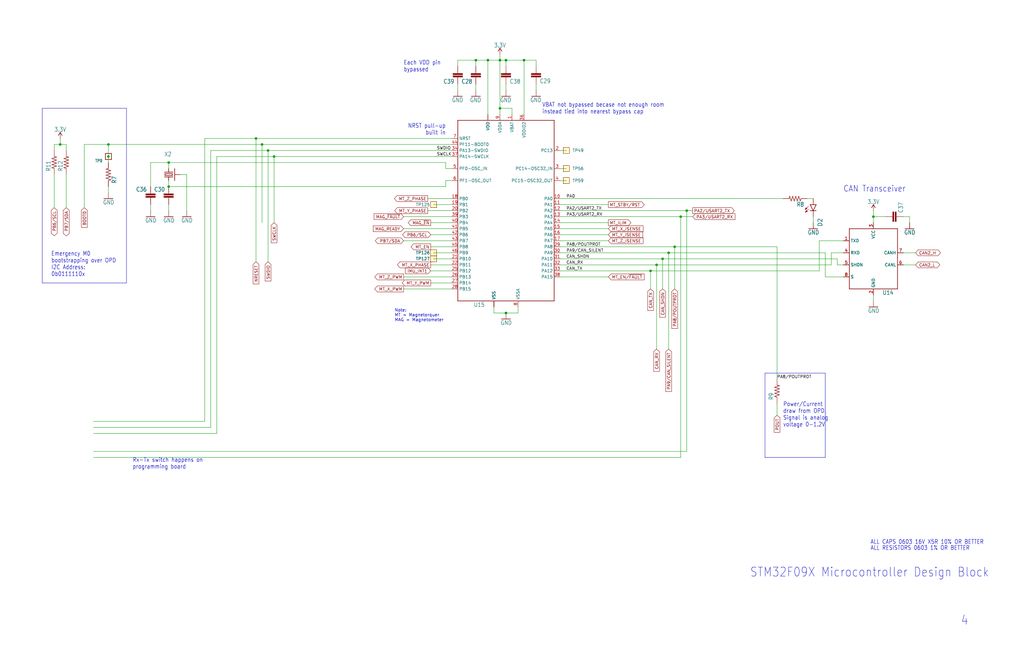
<source format=kicad_sch>
(kicad_sch (version 20250114) (generator "eeschema") (generator_version "9.0")
  (paper "B")
  (title_block (title "OreSat ADCS Card") (date "2023-11-21") (rev "v1.3") (company "Edward Tsoi"))
  (lib_symbols
    (symbol "oresat-acs-card-eagle-import:3.3V" (power)
      (property "Value" "3.3V" (at 0 2.794 0))
      (symbol "3.3V_1_0"
        (polyline (pts (xy 0 2.54) (xy -0.762 1.27)) (stroke (width 0.254)))
        (polyline (pts (xy 0.762 1.27) (xy 0 2.54)) (stroke (width 0.254)))
        (pin power_in line (at 0 0 90) (length 2.54) (name "3.3V") (number "1"))
      )
    )
    (symbol "oresat-acs-card-eagle-import:C-EU0603-C-NOSILK"
      (property "Reference" "C" (at 1.524 0.381 0))
      (property "Value" "C-EU0603-C-NOSILK" (at 1.524 -4.699 0))
      (symbol "C-EU0603-C-NOSILK_1_0"
        (rectangle (start -2.032 -1.016) (end 2.032 -0.508) (fill (type outline)))
        (rectangle (start -2.032 -2.032) (end 2.032 -1.524) (fill (type outline)))
        (polyline (pts (xy 0 0) (xy 0 -0.508)) (stroke (width 0.1524)))
        (polyline (pts (xy 0 -2.54) (xy 0 -2.032)) (stroke (width 0.1524)))
        (pin passive line (at 0 2.54 270) (length 2.54) (name "1") (number "1"))
        (pin passive line (at 0 -5.08 90) (length 2.54) (name "2") (number "2"))
      )
    )
    (symbol "oresat-acs-card-eagle-import:CRYSTAL-WITH-GND"
      (property "Reference" "X" (at 5.08 -2.54 0))
      (property "Value" "CRYSTAL-WITH-GND" (at 5.08 -5.08 0))
      (symbol "CRYSTAL-WITH-GND_1_0"
        (polyline (pts (xy -2.54 0) (xy -1.016 0)) (stroke (width 0.254)))
        (polyline (pts (xy -2.54 -2.54) (xy 2.54 -2.54)) (stroke (width 0.254)))
        (polyline (pts (xy -1.016 1.778) (xy -1.016 0)) (stroke (width 0.254)))
        (polyline (pts (xy -1.016 0) (xy -1.016 -1.778)) (stroke (width 0.254)))
        (polyline (pts (xy -0.381 1.524) (xy -0.381 -1.524)) (stroke (width 0.254)))
        (polyline (pts (xy -0.381 -1.524) (xy 0.381 -1.524)) (stroke (width 0.254)))
        (polyline (pts (xy 0.381 1.524) (xy -0.381 1.524)) (stroke (width 0.254)))
        (polyline (pts (xy 0.381 -1.524) (xy 0.381 1.524)) (stroke (width 0.254)))
        (polyline (pts (xy 1.016 1.778) (xy 1.016 0)) (stroke (width 0.254)))
        (polyline (pts (xy 1.016 0) (xy 1.016 -1.778)) (stroke (width 0.254)))
        (polyline (pts (xy 2.54 0) (xy 1.016 0)) (stroke (width 0.254)))
        (pin passive line (at -2.54 0 0) (length 0) (name "1") (number "1"))
        (pin power_in line (at 0 -5.08 90) (length 2.54) (name "SHIELD") (number "2"))
        (pin power_in line (at 0 -5.08 90) (length 2.54) (name "SHIELD") (number "4"))
        (pin passive line (at 2.54 0 180) (length 0) (name "2") (number "3"))
      )
    )
    (symbol "oresat-acs-card-eagle-import:GND" (power)
      (property "Value" "GND" (at -2.54 -2.54 0))
      (symbol "GND_1_0"
        (polyline (pts (xy -1.905 0) (xy 1.905 0)) (stroke (width 0.254)))
        (pin power_in line (at 0 2.54 270) (length 2.54) (name "GND") (number "1"))
      )
    )
    (symbol "oresat-acs-card-eagle-import:LED-GREEN0603"
      (property "Reference" "D" (at -3.429 -4.572 90))
      (property "Value" "LED-GREEN0603" (at 1.905 -4.572 90))
      (symbol "LED-GREEN0603_1_0"
        (polyline (pts (xy -3.429 -2.159) (xy -3.048 -1.27) (xy -2.54 -1.778)) (fill (type outline)))
        (polyline (pts (xy -3.302 -3.302) (xy -2.921 -2.413) (xy -2.413 -2.921)) (fill (type outline)))
        (polyline (pts (xy -2.032 -0.762) (xy -3.429 -2.159)) (stroke (width 0.1524)))
        (polyline (pts (xy -1.905 -1.905) (xy -3.302 -3.302)) (stroke (width 0.1524)))
        (polyline (pts (xy 0 -2.54) (xy -1.27 0)) (stroke (width 0.254)))
        (polyline (pts (xy 0 -2.54) (xy -1.27 -2.54)) (stroke (width 0.254)))
        (polyline (pts (xy 1.27 0) (xy -1.27 0)) (stroke (width 0.254)))
        (polyline (pts (xy 1.27 0) (xy 0 -2.54)) (stroke (width 0.254)))
        (polyline (pts (xy 1.27 -2.54) (xy 0 -2.54)) (stroke (width 0.254)))
        (pin passive line (at 0 2.54 270) (length 2.54) (name "A") (number "A"))
        (pin passive line (at 0 -5.08 90) (length 2.54) (name "C") (number "C"))
      )
    )
    (symbol "oresat-acs-card-eagle-import:R-US_0603-C-NOSILK"
      (property "Reference" "R" (at -3.81 1.4986 0))
      (property "Value" "R-US_0603-C-NOSILK" (at -3.81 -3.302 0))
      (symbol "R-US_0603-C-NOSILK_1_0"
        (polyline (pts (xy -2.54 0) (xy -2.159 1.016)) (stroke (width 0.2032)))
        (polyline (pts (xy -2.159 1.016) (xy -1.524 -1.016)) (stroke (width 0.2032)))
        (polyline (pts (xy -1.524 -1.016) (xy -0.889 1.016)) (stroke (width 0.2032)))
        (polyline (pts (xy -0.889 1.016) (xy -0.254 -1.016)) (stroke (width 0.2032)))
        (polyline (pts (xy -0.254 -1.016) (xy 0.381 1.016)) (stroke (width 0.2032)))
        (polyline (pts (xy 0.381 1.016) (xy 1.016 -1.016)) (stroke (width 0.2032)))
        (polyline (pts (xy 1.016 -1.016) (xy 1.651 1.016)) (stroke (width 0.2032)))
        (polyline (pts (xy 1.651 1.016) (xy 2.286 -1.016)) (stroke (width 0.2032)))
        (polyline (pts (xy 2.286 -1.016) (xy 2.54 0)) (stroke (width 0.2032)))
        (pin passive line (at -5.08 0 0) (length 2.54) (name "1") (number "1"))
        (pin passive line (at 5.08 0 180) (length 2.54) (name "2") (number "2"))
      )
    )
    (symbol "oresat-acs-card-eagle-import:STM32F091C"
      (property "Value" "STM32F091C" (at -20.32 40.64 0))
      (symbol "STM32F091C_1_0"
        (polyline (pts (xy -20.32 38.1) (xy 20.32 38.1)) (stroke (width 0.254)))
        (polyline (pts (xy -20.32 -38.1) (xy -20.32 38.1)) (stroke (width 0.254)))
        (polyline (pts (xy 20.32 38.1) (xy 20.32 -38.1)) (stroke (width 0.254)))
        (polyline (pts (xy 20.32 -38.1) (xy -20.32 -38.1)) (stroke (width 0.254)))
        (pin bidirectional line (at -22.86 25.4 0) (length 2.54) (name "PC13") (number "2"))
        (pin bidirectional line (at -22.86 17.78 0) (length 2.54) (name "PC14-OSC32_IN") (number "3"))
        (pin bidirectional line (at -22.86 12.7 0) (length 2.54) (name "PC15-OSC32_OUT") (number "4"))
        (pin bidirectional line (at -22.86 5.08 0) (length 2.54) (name "PA0") (number "10"))
        (pin bidirectional line (at -22.86 2.54 0) (length 2.54) (name "PA1") (number "11"))
        (pin bidirectional line (at -22.86 0 0) (length 2.54) (name "PA2") (number "12"))
        (pin bidirectional line (at -22.86 -2.54 0) (length 2.54) (name "PA3") (number "13"))
        (pin bidirectional line (at -22.86 -5.08 0) (length 2.54) (name "PA4") (number "14"))
        (pin bidirectional line (at -22.86 -7.62 0) (length 2.54) (name "PA5") (number "15"))
        (pin bidirectional line (at -22.86 -10.16 0) (length 2.54) (name "PA6") (number "16"))
        (pin bidirectional line (at -22.86 -12.7 0) (length 2.54) (name "PA7") (number "17"))
        (pin bidirectional line (at -22.86 -15.24 0) (length 2.54) (name "PA8") (number "29"))
        (pin bidirectional line (at -22.86 -17.78 0) (length 2.54) (name "PA9") (number "30"))
        (pin bidirectional line (at -22.86 -20.32 0) (length 2.54) (name "PA10") (number "31"))
        (pin bidirectional line (at -22.86 -22.86 0) (length 2.54) (name "PA11") (number "32"))
        (pin bidirectional line (at -22.86 -25.4 0) (length 2.54) (name "PA12") (number "33"))
        (pin bidirectional line (at -22.86 -27.94 0) (length 2.54) (name "PA15") (number "38"))
        (pin power_in line (at -7.62 40.64 270) (length 2.54) (name "VDDIO2") (number "36"))
        (pin power_in line (at -5.08 -40.64 90) (length 2.54) (name "VSSA") (number "8"))
        (pin power_in line (at -2.54 40.64 270) (length 2.54) (name "VBAT") (number "1"))
        (pin power_in line (at 2.54 40.64 270) (length 2.54) (name "VDDA") (number "9"))
        (pin power_in line (at 5.08 -40.64 90) (length 2.54) (name "VSS") (number "23"))
        (pin power_in line (at 5.08 -40.64 90) (length 2.54) (name "VSS") (number "35"))
        (pin power_in line (at 5.08 -40.64 90) (length 2.54) (name "VSS") (number "47"))
        (pin power_in line (at 7.62 40.64 270) (length 2.54) (name "VDD") (number "24"))
        (pin power_in line (at 7.62 40.64 270) (length 2.54) (name "VDD") (number "48"))
        (pin bidirectional line (at 22.86 30.48 180) (length 2.54) (name "NRST") (number "7"))
        (pin bidirectional line (at 22.86 27.94 180) (length 2.54) (name "PF11-BOOT0") (number "44"))
        (pin bidirectional line (at 22.86 25.4 180) (length 2.54) (name "PA13-SWDIO") (number "34"))
        (pin bidirectional line (at 22.86 22.86 180) (length 2.54) (name "PA14-SWCLK") (number "37"))
        (pin bidirectional line (at 22.86 17.78 180) (length 2.54) (name "PF0-OSC_IN") (number "5"))
        (pin bidirectional line (at 22.86 12.7 180) (length 2.54) (name "PF1-OSC_OUT") (number "6"))
        (pin bidirectional line (at 22.86 5.08 180) (length 2.54) (name "PB0") (number "18"))
        (pin bidirectional line (at 22.86 2.54 180) (length 2.54) (name "PB1") (number "19"))
        (pin bidirectional line (at 22.86 0 180) (length 2.54) (name "PB2") (number "20"))
        (pin bidirectional line (at 22.86 -2.54 180) (length 2.54) (name "PB3") (number "39"))
        (pin bidirectional line (at 22.86 -5.08 180) (length 2.54) (name "PB4") (number "40"))
        (pin bidirectional line (at 22.86 -7.62 180) (length 2.54) (name "PB5") (number "41"))
        (pin bidirectional line (at 22.86 -10.16 180) (length 2.54) (name "PB6") (number "42"))
        (pin bidirectional line (at 22.86 -12.7 180) (length 2.54) (name "PB7") (number "43"))
        (pin bidirectional line (at 22.86 -15.24 180) (length 2.54) (name "PB8") (number "45"))
        (pin bidirectional line (at 22.86 -17.78 180) (length 2.54) (name "PB9") (number "46"))
        (pin bidirectional line (at 22.86 -20.32 180) (length 2.54) (name "PB10") (number "21"))
        (pin bidirectional line (at 22.86 -22.86 180) (length 2.54) (name "PB11") (number "22"))
        (pin bidirectional line (at 22.86 -25.4 180) (length 2.54) (name "PB12") (number "25"))
        (pin bidirectional line (at 22.86 -27.94 180) (length 2.54) (name "PB13") (number "26"))
        (pin bidirectional line (at 22.86 -30.48 180) (length 2.54) (name "PB14") (number "27"))
        (pin bidirectional line (at 22.86 -33.02 180) (length 2.54) (name "PB15") (number "28"))
      )
    )
    (symbol "oresat-acs-card-eagle-import:TCAN330"
      (property "Reference" "U" (at 7.62 -17.78 0))
      (property "Value" "TCAN330" (at 7.62 -20.32 0))
      (symbol "TCAN330_1_0"
        (polyline (pts (xy -10.16 12.7) (xy -10.16 -12.7)) (stroke (width 0.254)))
        (polyline (pts (xy -10.16 -12.7) (xy 10.16 -12.7)) (stroke (width 0.254)))
        (polyline (pts (xy 10.16 12.7) (xy -10.16 12.7)) (stroke (width 0.254)))
        (polyline (pts (xy 10.16 -12.7) (xy 10.16 12.7)) (stroke (width 0.254)))
        (pin input line (at -12.7 7.62 0) (length 2.54) (name "TXD") (number "1"))
        (pin output line (at -12.7 2.54 0) (length 2.54) (name "RXD") (number "4"))
        (pin input line (at -12.7 -2.54 0) (length 2.54) (name "SHDN") (number "5"))
        (pin input line (at -12.7 -7.62 0) (length 2.54) (name "S") (number "8"))
        (pin power_in line (at 0 15.24 270) (length 2.54) (name "VCC") (number "3"))
        (pin power_in line (at 0 -15.24 90) (length 2.54) (name "GND") (number "2"))
        (pin bidirectional line (at 12.7 2.54 180) (length 2.54) (name "CANH") (number "7"))
        (pin bidirectional line (at 12.7 -2.54 180) (length 2.54) (name "CANL") (number "6"))
      )
    )
    (symbol "oresat-acs-card-eagle-import:TEST-POINT-LARGE-SQUARE"
      (property "Reference" "TP" (at -2.54 2.54 0))
      (symbol "TEST-POINT-LARGE-SQUARE_1_0"
        (polyline (pts (xy -1.27 1.27) (xy 1.27 1.27)) (stroke (width 0.254)))
        (polyline (pts (xy -1.27 -1.27) (xy -1.27 1.27)) (stroke (width 0.254)))
        (polyline (pts (xy 1.27 1.27) (xy 1.27 -1.27)) (stroke (width 0.254)))
        (polyline (pts (xy 1.27 -1.27) (xy -1.27 -1.27)) (stroke (width 0.254)))
        (pin passive line (at 0 0 0) (length 0) (name "1") (number "1"))
      )
    )
    (symbol "oresat-misc:Test-Point-0.75mm-th"
      (property "Reference" "TP" (at 0 2.54 0))
      (symbol "Test-Point-0.75mm-th_1_0"
        (pin passive line (at 0 0 0) (length 0) (name "1") (number "1"))
      )
      (symbol "Test-Point-0.75mm-th_1_1"
        (rectangle (start -1.27 1.27) (end 1.27 -1.27) (fill (type background)))
      )
    )
  )
  (text "Emergency M0\nbootstrapping over OPD\nI2C Address:\n0b0111110x" (at 21.59 116.84 0) (effects (font (size 1.778 1.5113)) (justify left bottom)))
  (text "ALL CAPS 0603 16V X5R 10% OR BETTER" (at 367.03 229.87 0) (effects (font (size 1.778 1.5113)) (justify left bottom)))
  (text "NRST pull-up\nbuilt in" (at 187.96 57.15 0) (effects (font (size 1.778 1.5113)) (justify right bottom)))
  (text "Power/Current\ndraw from OPD.\nSignal is analog\nvoltage 0-1.2V" (at 330.2 180.34 0) (effects (font (size 1.778 1.5113)) (justify left bottom)))
  (text "VBAT not bypassed becase not enough room\ninstead tied into nearest bypass cap" (at 228.6 48.26 0) (effects (font (size 1.778 1.5113)) (justify left bottom)))
  (text "Rx-Tx switch happens on\nprogramming board" (at 55.88 198.12 0) (effects (font (size 1.778 1.5113)) (justify left bottom)))
  (text "CAN Transceiver" (at 355.6 81.28 0) (effects (font (size 2.54 2.159)) (justify left bottom)))
  (text "ALL RESISTORS 0603 1% OR BETTER" (at 367.03 232.41 0) (effects (font (size 1.778 1.5113)) (justify left bottom)))
  (text "STM32F09X Microcontroller Design Block" (at 316.23 243.84 0) (effects (font (size 3.81 3.2385)) (justify left bottom)))
  (text "4" (at 405.13 264.16 0) (effects (font (size 3.81 3.2385)) (justify left bottom)))
  (text "Each VDD pin\nbypassed" (at 170.18 30.48 0) (effects (font (size 1.778 1.5113)) (justify left bottom)))
  (text "Note:\nMT = Magnetorquer\nMAG = Magnetometer" (at 166.37 135.89 0) (effects (font (size 1.27 1.27)) (justify left bottom)))
  (junction (at 45.72 66.04))
  (junction (at 220.98 25.4))
  (junction (at 205.74 25.4))
  (junction (at 287.02 91.44))
  (junction (at 25.4 60.96))
  (junction (at 274.32 114.3))
  (junction (at 210.82 45.72))
  (junction (at 110.49 60.96))
  (junction (at 279.4 109.22))
  (junction (at 115.57 66.04))
  (junction (at 276.86 111.76))
  (junction (at 200.66 25.4))
  (junction (at 368.3 91.44))
  (junction (at 213.36 132.08))
  (junction (at 213.36 25.4))
  (junction (at 71.12 78.74))
  (junction (at 113.03 63.5))
  (junction (at 45.72 60.96))
  (junction (at 210.82 25.4))
  (junction (at 289.56 88.9))
  (junction (at 107.95 58.42))
  (junction (at 281.94 106.68))
  (junction (at 284.48 104.14))
  (junction (at 71.12 68.58))
  (wire (pts (xy 63.5 88.9) (xy 63.5 86.36)))
  (wire (pts (xy 236.22 91.44) (xy 287.02 91.44)))
  (wire (pts (xy 213.36 25.4) (xy 210.82 25.4)))
  (wire (pts (xy 200.66 27.94) (xy 200.66 25.4)))
  (wire (pts (xy 91.44 182.88) (xy 91.44 66.04)))
  (wire (pts (xy 91.44 66.04) (xy 115.57 66.04)))
  (wire (pts (xy 193.04 27.94) (xy 193.04 25.4)))
  (wire (pts (xy 345.44 101.6) (xy 345.44 114.3)))
  (wire (pts (xy 327.66 170.18) (xy 327.66 175.26)))
  (wire (pts (xy 35.56 60.96) (xy 35.56 87.63)))
  (wire (pts (xy 289.56 88.9) (xy 292.1 88.9)))
  (wire (pts (xy 236.22 86.36) (xy 256.54 86.36)))
  (wire (pts (xy 25.4 60.96) (xy 27.94 60.96)))
  (wire (pts (xy 287.02 91.44) (xy 287.02 193.04)))
  (wire (pts (xy 287.02 91.44) (xy 292.1 91.44)))
  (wire (pts (xy 284.48 104.14) (xy 284.48 121.92)))
  (wire (pts (xy 276.86 111.76) (xy 276.86 147.32)))
  (wire (pts (xy 350.52 111.76) (xy 276.86 111.76)))
  (wire (pts (xy 71.12 78.74) (xy 71.12 76.2)))
  (wire (pts (xy 215.9 45.72) (xy 210.82 45.72)))
  (wire (pts (xy 208.28 132.08) (xy 208.28 129.54)))
  (wire (pts (xy 353.06 111.76) (xy 353.06 109.22)))
  (wire (pts (xy 368.3 127) (xy 368.3 124.46)))
  (wire (pts (xy 27.94 87.63) (xy 27.94 73.66)))
  (wire (pts (xy 88.9 180.34) (xy 88.9 63.5)))
  (wire (pts (xy 210.82 48.26) (xy 210.82 45.72)))
  (wire (pts (xy 368.3 91.44) (xy 373.38 91.44)))
  (wire (pts (xy 350.52 106.68) (xy 350.52 111.76)))
  (wire (pts (xy 274.32 114.3) (xy 274.32 121.92)))
  (wire (pts (xy 71.12 68.58) (xy 71.12 71.12)))
  (wire (pts (xy 107.95 58.42) (xy 190.5 58.42)))
  (wire (pts (xy 226.06 38.1) (xy 226.06 35.56)))
  (wire (pts (xy 190.5 91.44) (xy 170.18 91.44)))
  (wire (pts (xy 78.74 73.66) (xy 76.2 73.66)))
  (wire (pts (xy 22.86 60.96) (xy 25.4 60.96)))
  (wire (pts (xy 213.36 27.94) (xy 213.36 25.4)))
  (wire (pts (xy 220.98 25.4) (xy 213.36 25.4)))
  (wire (pts (xy 190.5 114.3) (xy 181.61 114.3)))
  (wire (pts (xy 190.5 121.92) (xy 170.18 121.92)))
  (wire (pts (xy 236.22 76.2) (xy 238.76 76.2)))
  (wire (pts (xy 110.49 60.96) (xy 45.72 60.96)))
  (wire (pts (xy 187.96 71.12) (xy 187.96 68.58)))
  (wire (pts (xy 213.36 35.56) (xy 213.36 38.1)))
  (wire (pts (xy 190.5 60.96) (xy 110.49 60.96)))
  (wire (pts (xy 236.22 63.5) (xy 238.76 63.5)))
  (wire (pts (xy 182.88 106.68) (xy 190.5 106.68)))
  (wire (pts (xy 45.72 66.04) (xy 45.72 60.96)))
  (wire (pts (xy 39.37 177.8) (xy 86.36 177.8)))
  (wire (pts (xy 45.72 60.96) (xy 35.56 60.96)))
  (wire (pts (xy 107.95 58.42) (xy 107.95 110.49)))
  (polyline (pts (xy 322.58 157.48) (xy 322.58 193.04)))
  (wire (pts (xy 226.06 25.4) (xy 226.06 27.94)))
  (wire (pts (xy 115.57 66.04) (xy 115.57 93.98)))
  (polyline (pts (xy 53.34 45.72) (xy 17.78 45.72)))
  (wire (pts (xy 383.54 91.44) (xy 383.54 93.98)))
  (wire (pts (xy 190.5 99.06) (xy 181.61 99.06)))
  (wire (pts (xy 86.36 58.42) (xy 107.95 58.42)))
  (wire (pts (xy 220.98 25.4) (xy 226.06 25.4)))
  (wire (pts (xy 342.9 91.44) (xy 342.9 93.98)))
  (wire (pts (xy 236.22 96.52) (xy 256.54 96.52)))
  (wire (pts (xy 213.36 132.08) (xy 218.44 132.08)))
  (wire (pts (xy 63.5 78.74) (xy 63.5 68.58)))
  (wire (pts (xy 236.22 93.98) (xy 256.54 93.98)))
  (wire (pts (xy 190.5 96.52) (xy 170.18 96.52)))
  (wire (pts (xy 113.03 63.5) (xy 113.03 110.49)))
  (wire (pts (xy 289.56 88.9) (xy 289.56 190.5)))
  (wire (pts (xy 215.9 48.26) (xy 215.9 45.72)))
  (polyline (pts (xy 17.78 119.38) (xy 53.34 119.38)))
  (wire (pts (xy 182.88 86.36) (xy 190.5 86.36)))
  (wire (pts (xy 340.36 83.82) (xy 342.9 83.82)))
  (wire (pts (xy 190.5 101.6) (xy 170.18 101.6)))
  (polyline (pts (xy 17.78 45.72) (xy 17.78 119.38)))
  (wire (pts (xy 71.12 88.9) (xy 71.12 86.36)))
  (wire (pts (xy 190.5 71.12) (xy 187.96 71.12)))
  (wire (pts (xy 181.61 104.14) (xy 190.5 104.14)))
  (wire (pts (xy 27.94 60.96) (xy 27.94 63.5)))
  (wire (pts (xy 180.34 88.9) (xy 190.5 88.9)))
  (wire (pts (xy 281.94 106.68) (xy 347.98 106.68)))
  (wire (pts (xy 353.06 109.22) (xy 279.4 109.22)))
  (wire (pts (xy 276.86 111.76) (xy 236.22 111.76)))
  (polyline (pts (xy 347.98 157.48) (xy 322.58 157.48)))
  (wire (pts (xy 210.82 25.4) (xy 210.82 22.86)))
  (wire (pts (xy 181.61 111.76) (xy 190.5 111.76)))
  (wire (pts (xy 86.36 58.42) (xy 86.36 177.8)))
  (wire (pts (xy 213.36 132.08) (xy 208.28 132.08)))
  (wire (pts (xy 190.5 76.2) (xy 187.96 76.2)))
  (wire (pts (xy 22.86 63.5) (xy 22.86 60.96)))
  (wire (pts (xy 381 111.76) (xy 386.08 111.76)))
  (wire (pts (xy 368.3 93.98) (xy 368.3 91.44)))
  (wire (pts (xy 110.49 60.96) (xy 110.49 93.98)))
  (wire (pts (xy 281.94 106.68) (xy 281.94 147.32)))
  (wire (pts (xy 91.44 182.88) (xy 39.37 182.88)))
  (wire (pts (xy 190.5 119.38) (xy 181.61 119.38)))
  (wire (pts (xy 236.22 88.9) (xy 289.56 88.9)))
  (wire (pts (xy 113.03 63.5) (xy 190.5 63.5)))
  (wire (pts (xy 279.4 109.22) (xy 279.4 121.92)))
  (wire (pts (xy 327.66 160.02) (xy 327.66 104.14)))
  (wire (pts (xy 274.32 114.3) (xy 345.44 114.3)))
  (wire (pts (xy 368.3 91.44) (xy 368.3 88.9)))
  (wire (pts (xy 180.34 83.82) (xy 190.5 83.82)))
  (polyline (pts (xy 347.98 193.04) (xy 347.98 157.48)))
  (wire (pts (xy 236.22 71.12) (xy 238.76 71.12)))
  (wire (pts (xy 45.72 68.58) (xy 45.72 66.04)))
  (wire (pts (xy 88.9 180.34) (xy 39.37 180.34)))
  (wire (pts (xy 287.02 193.04) (xy 39.37 193.04)))
  (wire (pts (xy 236.22 83.82) (xy 330.2 83.82)))
  (wire (pts (xy 236.22 99.06) (xy 256.54 99.06)))
  (wire (pts (xy 205.74 48.26) (xy 205.74 25.4)))
  (wire (pts (xy 236.22 101.6) (xy 256.54 101.6)))
  (wire (pts (xy 220.98 25.4) (xy 220.98 48.26)))
  (wire (pts (xy 218.44 132.08) (xy 218.44 129.54)))
  (wire (pts (xy 284.48 104.14) (xy 236.22 104.14)))
  (wire (pts (xy 193.04 25.4) (xy 200.66 25.4)))
  (wire (pts (xy 88.9 63.5) (xy 113.03 63.5)))
  (wire (pts (xy 190.5 116.84) (xy 170.18 116.84)))
  (wire (pts (xy 289.56 190.5) (xy 39.37 190.5)))
  (wire (pts (xy 182.88 109.22) (xy 190.5 109.22)))
  (wire (pts (xy 327.66 104.14) (xy 284.48 104.14)))
  (wire (pts (xy 187.96 78.74) (xy 71.12 78.74)))
  (wire (pts (xy 347.98 106.68) (xy 347.98 116.84)))
  (wire (pts (xy 187.96 76.2) (xy 187.96 78.74)))
  (wire (pts (xy 115.57 66.04) (xy 190.5 66.04)))
  (wire (pts (xy 193.04 35.56) (xy 193.04 38.1)))
  (wire (pts (xy 347.98 116.84) (xy 355.6 116.84)))
  (wire (pts (xy 381 106.68) (xy 386.08 106.68)))
  (polyline (pts (xy 53.34 119.38) (xy 53.34 45.72)))
  (wire (pts (xy 236.22 116.84) (xy 256.54 116.84)))
  (wire (pts (xy 355.6 106.68) (xy 350.52 106.68)))
  (wire (pts (xy 78.74 88.9) (xy 78.74 73.66)))
  (wire (pts (xy 45.72 78.74) (xy 45.72 81.28)))
  (wire (pts (xy 22.86 87.63) (xy 22.86 73.66)))
  (wire (pts (xy 355.6 101.6) (xy 345.44 101.6)))
  (polyline (pts (xy 322.58 193.04) (xy 347.98 193.04)))
  (wire (pts (xy 210.82 45.72) (xy 210.82 25.4)))
  (wire (pts (xy 200.66 25.4) (xy 205.74 25.4)))
  (wire (pts (xy 236.22 106.68) (xy 281.94 106.68)))
  (wire (pts (xy 25.4 60.96) (xy 25.4 58.42)))
  (wire (pts (xy 63.5 68.58) (xy 71.12 68.58)))
  (wire (pts (xy 355.6 111.76) (xy 353.06 111.76)))
  (wire (pts (xy 187.96 68.58) (xy 71.12 68.58)))
  (wire (pts (xy 236.22 114.3) (xy 274.32 114.3)))
  (wire (pts (xy 381 91.44) (xy 383.54 91.44)))
  (wire (pts (xy 205.74 25.4) (xy 210.82 25.4)))
  (wire (pts (xy 190.5 93.98) (xy 181.61 93.98)))
  (wire (pts (xy 200.66 38.1) (xy 200.66 35.56)))
  (wire (pts (xy 279.4 109.22) (xy 236.22 109.22)))
  (label "PA2/USART2_TX" (at 238.76 88.9 0) (effects (font (size 1.2446 1.2446))))
  (label "SWDIO" (at 184.15 63.5 0) (effects (font (size 1.2446 1.2446))))
  (label "CAN_SHDN" (at 238.76 109.22 0) (effects (font (size 1.2446 1.2446))))
  (label "PA9/CAN_SILENT" (at 238.76 106.68 0) (effects (font (size 1.2446 1.2446))))
  (label "PA3/USART2_RX" (at 238.76 91.44 0) (effects (font (size 1.2446 1.2446))))
  (label "PA0" (at 238.76 83.82 0))
  (label "SWCLK" (at 184.15 66.04 0) (effects (font (size 1.2446 1.2446))))
  (label "CAN_RX" (at 238.76 111.76 0) (effects (font (size 1.2446 1.2446))))
  (label "PA8/POUTPROT" (at 327.66 160.02 0) (effects (font (size 1.2446 1.2446))))
  (label "CAN_TX" (at 238.76 114.3 0) (effects (font (size 1.2446 1.2446))))
  (label "PA8/POUTPROT" (at 238.76 104.14 0) (effects (font (size 1.2446 1.2446))))
  (global_label "MT_X_PWM" (shape output) (at 170.18 121.92 180) (property "Intersheetrefs" "${INTERSHEET_REFS}" (at 157.5377 121.92 0) (effects (justify right))))
  (global_label "MAG_READY" (shape input) (at 170.18 96.52 180) (effects (font (size 1.2446 1.2446))) (property "Intersheetrefs" "${INTERSHEET_REFS}" (at 156.9016 96.52 0) (effects (font (size 1.2446 1.2446)) (justify right))))
  (global_label "MT_X_ISENSE" (shape input) (at 256.54 96.52 0) (property "Intersheetrefs" "${INTERSHEET_REFS}" (at 271.6618 96.52 0) (effects (justify left))))
  (global_label "CAN_TX" (shape input) (at 274.32 121.92 270) (effects (font (size 1.2446 1.2446))) (property "Intersheetrefs" "${INTERSHEET_REFS}" (at 274.2422 130.9819 90) (effects (font (size 1.2446 1.2446)) (justify right))))
  (global_label "MT_X_PHASE" (shape output) (at 181.61 111.76 180) (property "Intersheetrefs" "${INTERSHEET_REFS}" (at 167.0929 111.76 0) (effects (justify right))))
  (global_label "MT_Y_PWM" (shape output) (at 181.61 119.38 180) (property "Intersheetrefs" "${INTERSHEET_REFS}" (at 169.0886 119.38 0) (effects (justify right))))
  (global_label "CAN2_L" (shape bidirectional) (at 386.08 111.76 0) (effects (font (size 1.2446 1.2446))) (property "Intersheetrefs" "${INTERSHEET_REFS}" (at -22.86 -27.94 0)))
  (global_label "IMU_INT1" (shape input) (at 181.61 114.3 180) (effects (font (size 1.2446 1.2446))) (property "Intersheetrefs" "${INTERSHEET_REFS}" (at 170.4651 114.3 0) (effects (justify right))))
  (global_label "PA8{slash}POUTPROT" (shape input) (at 284.48 121.92 270) (effects (font (size 1.2446 1.2446))) (property "Intersheetrefs" "${INTERSHEET_REFS}" (at 284.4022 138.6273 90) (effects (font (size 1.2446 1.2446)) (justify right))))
  (global_label "PB6/SCL" (shape bidirectional) (at 181.61 99.06 180) (effects (font (size 1.2446 1.2446))) (property "Intersheetrefs" "${INTERSHEET_REFS}" (at 334.01 -368.3 0)))
  (global_label "BOOT0" (shape input) (at 35.56 87.63 270) (effects (font (size 1.2446 1.2446))) (property "Intersheetrefs" "${INTERSHEET_REFS}" (at 35.4822 95.9807 90) (effects (font (size 1.2446 1.2446)) (justify right))))
  (global_label "SWDIO" (shape input) (at 113.03 110.49 270) (effects (font (size 1.2446 1.2446))) (property "Intersheetrefs" "${INTERSHEET_REFS}" (at 112.9522 118.6037 90) (effects (font (size 1.2446 1.2446)) (justify right))))
  (global_label "PB7{slash}SDA" (shape bidirectional) (at 27.94 87.63 270) (effects (font (size 1.2446 1.2446))) (property "Intersheetrefs" "${INTERSHEET_REFS}" (at 27.94 100.0415 90) (effects (font (size 1.2446 1.2446)) (justify right))))
  (global_label "PA2{slash}USART2_TX" (shape output) (at 292.1 88.9 0) (property "Intersheetrefs" "${INTERSHEET_REFS}" (at 310.1248 88.9 0) (effects (justify left))))
  (global_label "CAN_SHDN" (shape input) (at 279.4 121.92 270) (effects (font (size 1.2446 1.2446))) (property "Intersheetrefs" "${INTERSHEET_REFS}" (at 279.3222 133.886 90) (effects (font (size 1.2446 1.2446)) (justify right))))
  (global_label "CAN_RX" (shape input) (at 276.86 147.32 270) (effects (font (size 1.2446 1.2446))) (property "Intersheetrefs" "${INTERSHEET_REFS}" (at 276.7822 156.6783 90) (effects (font (size 1.2446 1.2446)) (justify right))))
  (global_label "MT_Z_PWM" (shape output) (at 170.18 116.84 180) (property "Intersheetrefs" "${INTERSHEET_REFS}" (at 157.5377 116.84 0) (effects (justify right))))
  (global_label "MT_Y_PHASE" (shape output) (at 180.34 88.9 180) (property "Intersheetrefs" "${INTERSHEET_REFS}" (at 165.9438 88.9 0) (effects (justify right))))
  (global_label "PB6{slash}SCL" (shape bidirectional) (at 22.86 87.63 270) (effects (font (size 1.2446 1.2446))) (property "Intersheetrefs" "${INTERSHEET_REFS}" (at 22.86 99.9822 90) (effects (font (size 1.2446 1.2446)) (justify right))))
  (global_label "SWCLK" (shape input) (at 115.57 93.98 270) (effects (font (size 1.2446 1.2446))) (property "Intersheetrefs" "${INTERSHEET_REFS}" (at 115.4922 102.4493 90) (effects (font (size 1.2446 1.2446)) (justify right))))
  (global_label "MT_EN" (shape output) (at 181.61 104.14 180) (property "Intersheetrefs" "${INTERSHEET_REFS}" (at 172.8381 104.14 0) (effects (justify right))))
  (global_label "POUT" (shape input) (at 327.66 175.26 270) (effects (font (size 1.2446 1.2446))) (property "Intersheetrefs" "${INTERSHEET_REFS}" (at 327.66 182.9081 90) (effects (justify right))))
  (global_label "MT_STBY{slash}RST" (shape output) (at 256.54 86.36 0) (property "Intersheetrefs" "${INTERSHEET_REFS}" (at 272.1457 86.36 0) (effects (justify left))))
  (global_label "PA9{slash}CAN_SILENT" (shape input) (at 281.94 147.32 270) (effects (font (size 1.2446 1.2446))) (property "Intersheetrefs" "${INTERSHEET_REFS}" (at 281.8622 165.2127 90) (effects (font (size 1.2446 1.2446)) (justify right))))
  (global_label "NRESET" (shape input) (at 107.95 110.49 270) (effects (font (size 1.2446 1.2446))) (property "Intersheetrefs" "${INTERSHEET_REFS}" (at 107.8722 119.789 90) (effects (font (size 1.2446 1.2446)) (justify right))))
  (global_label "MT_Y_ISENSE" (shape input) (at 256.54 99.06 0) (property "Intersheetrefs" "${INTERSHEET_REFS}" (at 271.5409 99.06 0) (effects (justify left))))
  (global_label "MT_EN{slash}~{FAULT}" (shape input) (at 256.54 116.84 0) (property "Intersheetrefs" "${INTERSHEET_REFS}" (at 272.1458 116.84 0) (effects (justify left))))
  (global_label "MAG_~{FAULT}" (shape input) (at 170.18 91.44 180) (effects (font (size 1.2446 1.2446))) (property "Intersheetrefs" "${INTERSHEET_REFS}" (at 157.2572 91.44 0) (effects (font (size 1.2446 1.2446)) (justify right))))
  (global_label "PA3{slash}USART2_RX" (shape input) (at 292.1 91.44 0) (property "Intersheetrefs" "${INTERSHEET_REFS}" (at 309.9345 91.3606 0) (effects (justify left))))
  (global_label "MT_Z_PHASE" (shape output) (at 180.34 83.82 180) (property "Intersheetrefs" "${INTERSHEET_REFS}" (at 165.8229 83.82 0) (effects (justify right))))
  (global_label "CAN2_H" (shape bidirectional) (at 386.08 106.68 0) (effects (font (size 1.2446 1.2446))) (property "Intersheetrefs" "${INTERSHEET_REFS}" (at -22.86 -27.94 0)))
  (global_label "PB7/SDA" (shape bidirectional) (at 170.18 101.6 180) (effects (font (size 1.2446 1.2446))) (property "Intersheetrefs" "${INTERSHEET_REFS}" (at 299.72 -363.22 0)))
  (global_label "MT_ILIM" (shape output) (at 256.54 93.98 0) (property "Intersheetrefs" "${INTERSHEET_REFS}" (at 266.5215 93.98 0) (effects (justify left))))
  (global_label "MAG_~{EN}" (shape output) (at 181.61 93.98 180) (effects (font (size 1.2446 1.2446))) (property "Intersheetrefs" "${INTERSHEET_REFS}" (at 171.6505 93.98 0) (effects (font (size 1.2446 1.2446)) (justify right))))
  (global_label "MT_Z_ISENSE" (shape input) (at 256.54 101.6 0) (property "Intersheetrefs" "${INTERSHEET_REFS}" (at 271.6618 101.6 0) (effects (justify left))))
  (symbol (lib_id "oresat-acs-card-eagle-import:GND") (at 193.04 40.64 0) (unit 1)
    (property "Reference" "#GND060" (effects (hide yes)))
    (property "Value" "GND" (at 190.5 43.18 0) (effects (font (size 1.778 1.5113)) (justify left bottom)))
  )
  (symbol (lib_id "oresat-acs-card-eagle-import:R-US_0603-C-NOSILK") (at 327.66 165.1 90) (unit 1)
    (property "Reference" "R9" (at 326.1614 168.91 0) (effects (font (size 1.778 1.5113)) (justify left bottom)))
    (property "Value" "10k" (effects (hide yes)))
    (property "Footprint" "oresat-passives:0603-C-NOSILK" (effects (hide yes)))
  )
  (symbol (lib_id "oresat-acs-card-eagle-import:GND") (at 71.12 91.44 0) (mirror y) (unit 1)
    (property "Reference" "#GND058" (effects (hide yes)))
    (property "Value" "GND" (at 73.66 93.98 0) (effects (font (size 1.778 1.5113)) (justify left bottom)))
  )
  (symbol (lib_id "oresat-misc:Test-Point-0.75mm-th") (at 238.76 76.2 0) (unit 1)
    (property "Reference" "TP59" (at 241.3 76.1999 0) (effects (justify left)))
    (property "Value" "Test-Point" (effects (hide yes)))
    (property "Footprint" "oresat-misc:TestPoint-0.75mm-th" (effects (hide yes)))
  )
  (symbol (lib_id "oresat-acs-card-eagle-import:C-EU0603-C-NOSILK") (at 193.04 33.02 0) (mirror x) (unit 1)
    (property "Reference" "C39" (at 186.944 33.401 0) (effects (font (size 1.778 1.5113)) (justify left bottom)))
    (property "Value" "100n" (effects (hide yes)))
    (property "Footprint" "oresat-passives:0603-C-NOSILK" (effects (hide yes)))
  )
  (symbol (lib_id "oresat-acs-card-eagle-import:R-US_0603-C-NOSILK") (at 27.94 68.58 90) (unit 1)
    (property "Reference" "R12" (at 26.4414 72.39 0) (effects (font (size 1.778 1.5113)) (justify left bottom)))
    (property "Value" "4.7k" (effects (hide yes)))
    (property "Footprint" "oresat-passives:0603-C-NOSILK" (effects (hide yes)))
  )
  (symbol (lib_id "oresat-misc:Test-Point-0.75mm-th") (at 182.88 109.22 270) (unit 1)
    (property "Reference" "TP127" (at 175.26 109.22 90) (effects (justify left)))
    (property "Value" "Test-Point" (effects (hide yes)))
    (property "Footprint" "oresat-misc:TestPoint-0.75mm-th" (effects (hide yes)))
  )
  (symbol (lib_id "oresat-acs-card-eagle-import:TCAN330") (at 368.3 109.22 0) (unit 1)
    (property "Reference" "U14" (at 372.11 124.46 0) (effects (font (size 1.778 1.5113)) (justify left bottom)))
    (property "Value" "TCAN330GDCNT" (effects (hide yes)))
    (property "Footprint" "oresat-acs-card:SOT23-8_TI-DCN" (effects (hide yes)))
  )
  (symbol (lib_id "oresat-acs-card-eagle-import:C-EU0603-C-NOSILK") (at 226.06 33.02 180) (unit 1)
    (property "Reference" "C29" (at 227.584 35.179 0) (effects (font (size 1.778 1.5113)) (justify right top)))
    (property "Value" "100n" (effects (hide yes)))
    (property "Footprint" "oresat-passives:0603-C-NOSILK" (effects (hide yes)))
  )
  (symbol (lib_id "oresat-acs-card-eagle-import:GND") (at 63.5 91.44 0) (mirror y) (unit 1)
    (property "Reference" "#GND057" (effects (hide yes)))
    (property "Value" "GND" (at 66.04 93.98 0) (effects (font (size 1.778 1.5113)) (justify left bottom)))
  )
  (symbol (lib_id "oresat-acs-card-eagle-import:GND") (at 383.54 96.52 0) (mirror y) (unit 1)
    (property "Reference" "#GND067" (effects (hide yes)))
    (property "Value" "GND" (at 386.08 99.06 0) (effects (font (size 1.778 1.5113)) (justify left bottom)))
  )
  (symbol (lib_id "oresat-misc:Test-Point-0.75mm-th") (at 182.88 106.68 270) (unit 1)
    (property "Reference" "TP126" (at 175.26 106.68 90) (effects (justify left)))
    (property "Value" "Test-Point" (effects (hide yes)))
    (property "Footprint" "oresat-misc:TestPoint-0.75mm-th" (effects (hide yes)))
  )
  (symbol (lib_id "oresat-acs-card-eagle-import:GND") (at 200.66 40.64 0) (unit 1)
    (property "Reference" "#GND061" (effects (hide yes)))
    (property "Value" "GND" (at 198.12 43.18 0) (effects (font (size 1.778 1.5113)) (justify left bottom)))
  )
  (symbol (lib_id "oresat-acs-card-eagle-import:GND") (at 78.74 91.44 0) (mirror y) (unit 1)
    (property "Reference" "#GND059" (effects (hide yes)))
    (property "Value" "GND" (at 81.28 93.98 0) (effects (font (size 1.778 1.5113)) (justify left bottom)))
  )
  (symbol (lib_id "oresat-acs-card-eagle-import:LED-GREEN0603") (at 342.9 86.36 0) (unit 1)
    (property "Reference" "D2" (at 344.805 95.758 90) (effects (font (size 1.778 1.778)) (justify left top)))
    (property "Value" "AMBER" (effects (hide yes)))
    (property "Footprint" "oresat-acs-card:LED-0603" (effects (hide yes)))
  )
  (symbol (lib_id "oresat-acs-card-eagle-import:TEST-POINT-LARGE-SQUARE") (at 45.72 66.04 0) (mirror y) (unit 1)
    (property "Reference" "TP9" (at 43.18 68.58 0) (effects (font (size 1.27 1.0795)) (justify left bottom)))
    (property "Value" "TEST-POINT-LARGE-SQUARE" (effects (hide yes)))
    (property "Footprint" "oresat-acs-card:1X01" (effects (hide yes)))
  )
  (symbol (lib_id "oresat-misc:Test-Point-0.75mm-th") (at 238.76 63.5 0) (unit 1)
    (property "Reference" "TP49" (at 241.3 63.4999 0) (effects (justify left)))
    (property "Value" "Test-Point" (effects (hide yes)))
    (property "Footprint" "oresat-misc:TestPoint-0.75mm-th" (effects (hide yes)))
  )
  (symbol (lib_id "oresat-misc:Test-Point-0.75mm-th") (at 182.88 86.36 270) (unit 1)
    (property "Reference" "TP125" (at 175.26 86.36 90) (effects (justify left)))
    (property "Value" "Test-Point" (effects (hide yes)))
    (property "Footprint" "oresat-misc:TestPoint-0.75mm-th" (effects (hide yes)))
  )
  (symbol (lib_id "oresat-acs-card-eagle-import:GND") (at 342.9 96.52 0) (mirror y) (unit 1)
    (property "Reference" "#GND065" (effects (hide yes)))
    (property "Value" "GND" (at 345.44 99.06 0) (effects (font (size 1.778 1.5113)) (justify left bottom)))
  )
  (symbol (lib_id "oresat-acs-card-eagle-import:C-EU0603-C-NOSILK") (at 71.12 81.28 0) (mirror y) (unit 1)
    (property "Reference" "C30" (at 69.596 80.899 0) (effects (font (size 1.778 1.5113)) (justify left bottom)))
    (property "Value" "20p" (effects (hide yes)))
    (property "Footprint" "oresat-passives:0603-C-NOSILK" (effects (hide yes)))
  )
  (symbol (lib_id "oresat-acs-card-eagle-import:3.3V") (at 368.3 88.9 0) (mirror y) (unit 1)
    (property "Reference" "#SUPPLY09" (effects (hide yes)))
    (property "Value" "3.3V" (at 368.3 86.106 0) (effects (font (size 1.778 1.5113)) (justify bottom)))
  )
  (symbol (lib_id "oresat-acs-card-eagle-import:GND") (at 213.36 134.62 0) (mirror y) (unit 1)
    (property "Reference" "#GND063" (effects (hide yes)))
    (property "Value" "GND" (at 215.9 137.16 0) (effects (font (size 1.778 1.5113)) (justify left bottom)))
  )
  (symbol (lib_id "oresat-acs-card-eagle-import:3.3V") (at 210.82 22.86 0) (mirror y) (unit 1)
    (property "Reference" "#SUPPLY08" (effects (hide yes)))
    (property "Value" "3.3V" (at 210.82 20.066 0) (effects (font (size 1.778 1.5113)) (justify bottom)))
  )
  (symbol (lib_id "oresat-acs-card-eagle-import:GND") (at 45.72 83.82 0) (mirror y) (unit 1)
    (property "Reference" "#GND056" (effects (hide yes)))
    (property "Value" "GND" (at 48.26 86.36 0) (effects (font (size 1.778 1.5113)) (justify left bottom)))
  )
  (symbol (lib_id "oresat-acs-card-eagle-import:C-EU0603-C-NOSILK") (at 378.46 91.44 270) (mirror x) (unit 1)
    (property "Reference" "C37" (at 378.841 89.916 0) (effects (font (size 1.778 1.5113)) (justify left bottom)))
    (property "Value" "100n" (effects (hide yes)))
    (property "Footprint" "oresat-passives:0603-C-NOSILK" (effects (hide yes)))
  )
  (symbol (lib_id "oresat-acs-card-eagle-import:GND") (at 226.06 40.64 0) (unit 1)
    (property "Reference" "#GND064" (effects (hide yes)))
    (property "Value" "GND" (at 223.52 43.18 0) (effects (font (size 1.778 1.5113)) (justify left bottom)))
  )
  (symbol (lib_id "oresat-acs-card-eagle-import:3.3V") (at 25.4 58.42 0) (mirror y) (unit 1)
    (property "Reference" "#SUPPLY06" (effects (hide yes)))
    (property "Value" "3.3V" (at 25.4 55.626 0) (effects (font (size 1.778 1.5113)) (justify bottom)))
  )
  (symbol (lib_id "oresat-acs-card-eagle-import:C-EU0603-C-NOSILK") (at 63.5 81.28 0) (mirror y) (unit 1)
    (property "Reference" "C36" (at 61.976 80.899 0) (effects (font (size 1.778 1.5113)) (justify left bottom)))
    (property "Value" "20p" (effects (hide yes)))
    (property "Footprint" "oresat-passives:0603-C-NOSILK" (effects (hide yes)))
  )
  (symbol (lib_id "oresat-acs-card-eagle-import:GND") (at 368.3 129.54 0) (mirror y) (unit 1)
    (property "Reference" "#GND066" (effects (hide yes)))
    (property "Value" "GND" (at 370.84 132.08 0) (effects (font (size 1.778 1.5113)) (justify left bottom)))
  )
  (symbol (lib_id "oresat-acs-card-eagle-import:C-EU0603-C-NOSILK") (at 200.66 33.02 0) (mirror x) (unit 1)
    (property "Reference" "C28" (at 194.564 33.401 0) (effects (font (size 1.778 1.5113)) (justify left bottom)))
    (property "Value" "100n" (effects (hide yes)))
    (property "Footprint" "oresat-passives:0603-C-NOSILK" (effects (hide yes)))
  )
  (symbol (lib_id "oresat-acs-card-eagle-import:R-US_0603-C-NOSILK") (at 45.72 73.66 270) (mirror x) (unit 1)
    (property "Reference" "R7" (at 47.2186 77.47 0) (effects (font (size 1.778 1.5113)) (justify left bottom)))
    (property "Value" "10k" (effects (hide yes)))
    (property "Footprint" "oresat-passives:0603-C-NOSILK" (effects (hide yes)))
  )
  (symbol (lib_id "oresat-misc:Test-Point-0.75mm-th") (at 238.76 71.12 0) (unit 1)
    (property "Reference" "TP56" (at 241.3 71.1199 0) (effects (justify left)))
    (property "Value" "Test-Point" (effects (hide yes)))
    (property "Footprint" "oresat-misc:TestPoint-0.75mm-th" (effects (hide yes)))
  )
  (symbol (lib_id "oresat-acs-card-eagle-import:STM32F091C") (at 213.36 88.9 0) (mirror y) (unit 1)
    (property "Reference" "U15" (at 204.47 129.54 0) (effects (font (size 1.778 1.5113)) (justify left bottom)))
    (property "Value" "STM32F042K6T7" (effects (hide yes)))
    (property "Footprint" "oresat-acs-card:STM32F091C" (effects (hide yes)))
  )
  (symbol (lib_id "oresat-acs-card-eagle-import:R-US_0603-C-NOSILK") (at 22.86 68.58 90) (unit 1)
    (property "Reference" "R11" (at 21.3614 72.39 0) (effects (font (size 1.778 1.5113)) (justify left bottom)))
    (property "Value" "4.7k" (effects (hide yes)))
    (property "Footprint" "oresat-passives:0603-C-NOSILK" (effects (hide yes)))
  )
  (symbol (lib_id "oresat-acs-card-eagle-import:R-US_0603-C-NOSILK") (at 335.28 83.82 180) (unit 1)
    (property "Reference" "R8" (at 339.09 85.3186 0) (effects (font (size 1.778 1.5113)) (justify left bottom)))
    (property "Value" "4.7k" (effects (hide yes)))
    (property "Footprint" "oresat-passives:0603-C-NOSILK" (effects (hide yes)))
  )
  (symbol (lib_id "oresat-acs-card-eagle-import:GND") (at 213.36 40.64 0) (unit 1)
    (property "Reference" "#GND062" (effects (hide yes)))
    (property "Value" "GND" (at 210.82 43.18 0) (effects (font (size 1.778 1.5113)) (justify left bottom)))
  )
  (symbol (lib_id "oresat-acs-card-eagle-import:CRYSTAL-WITH-GND") (at 71.12 73.66 90) (mirror x) (unit 1)
    (property "Reference" "X2" (at 72.39 66.04 90) (effects (font (size 1.778 1.5113)) (justify left bottom)))
    (property "Value" "ECS-160-10-36Q-ES-TR" (effects (hide yes)))
    (property "Footprint" "oresat-acs-card:CRYSTAL_2.5X2" (effects (hide yes)))
  )
  (symbol (lib_id "oresat-acs-card-eagle-import:C-EU0603-C-NOSILK") (at 213.36 33.02 0) (mirror x) (unit 1)
    (property "Reference" "C38" (at 214.884 33.401 0) (effects (font (size 1.778 1.5113)) (justify left bottom)))
    (property "Value" "100n" (effects (hide yes)))
    (property "Footprint" "oresat-passives:0603-C-NOSILK" (effects (hide yes)))
  )
)
</source>
